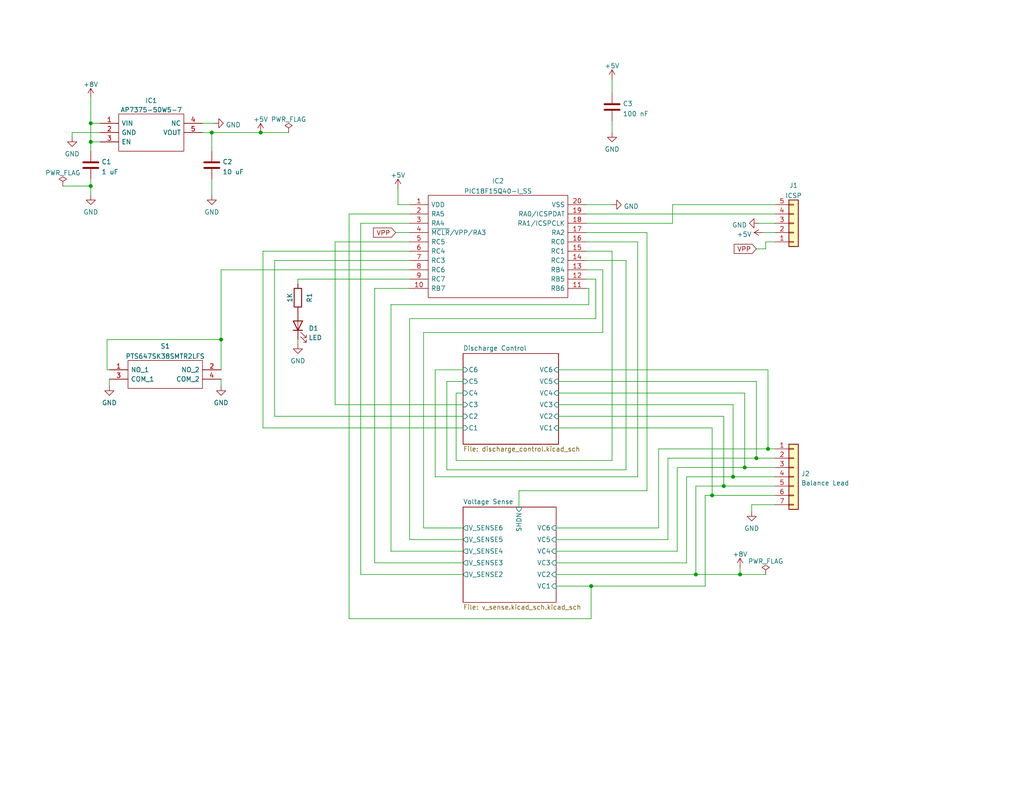
<source format=kicad_sch>
(kicad_sch (version 20211123) (generator eeschema)
  (paper "USLetter")
  (title_block (title "Lipo Auto Discharger/Balancer") (date "2022-11-06") (rev "1.0") (company "Quantum Embedded Systems"))
  (lib_symbols
    (symbol "Connector_Generic:Conn_01x05" (pin_names (offset 1.016) hide)
      (property "Reference" "J" (at 0 7.62 0))
      (property "Value" "Conn_01x05" (at 0 -7.62 0))
      (symbol "Conn_01x05_1_1"
        (rectangle (start -1.27 -4.953) (end 0 -5.207) (stroke (width 0.1524)))
        (rectangle (start -1.27 -2.413) (end 0 -2.667) (stroke (width 0.1524)))
        (rectangle (start -1.27 0.127) (end 0 -0.127) (stroke (width 0.1524)))
        (rectangle (start -1.27 2.667) (end 0 2.413) (stroke (width 0.1524)))
        (rectangle (start -1.27 5.207) (end 0 4.953) (stroke (width 0.1524)))
        (rectangle (start -1.27 6.35) (end 1.27 -6.35) (stroke (width 0.254)) (fill (type background)))
        (pin passive line (at -5.08 5.08 0) (length 3.81) (name "Pin_1") (number "1"))
        (pin passive line (at -5.08 2.54 0) (length 3.81) (name "Pin_2") (number "2"))
        (pin passive line (at -5.08 0 0) (length 3.81) (name "Pin_3") (number "3"))
        (pin passive line (at -5.08 -2.54 0) (length 3.81) (name "Pin_4") (number "4"))
        (pin passive line (at -5.08 -5.08 0) (length 3.81) (name "Pin_5") (number "5"))
      )
    )
    (symbol "Connector_Generic:Conn_01x07" (pin_names (offset 1.016) hide)
      (property "Reference" "J" (at 0 10.16 0))
      (property "Value" "Conn_01x07" (at 0 -10.16 0))
      (symbol "Conn_01x07_1_1"
        (rectangle (start -1.27 -7.493) (end 0 -7.747) (stroke (width 0.1524)))
        (rectangle (start -1.27 -4.953) (end 0 -5.207) (stroke (width 0.1524)))
        (rectangle (start -1.27 -2.413) (end 0 -2.667) (stroke (width 0.1524)))
        (rectangle (start -1.27 0.127) (end 0 -0.127) (stroke (width 0.1524)))
        (rectangle (start -1.27 2.667) (end 0 2.413) (stroke (width 0.1524)))
        (rectangle (start -1.27 5.207) (end 0 4.953) (stroke (width 0.1524)))
        (rectangle (start -1.27 7.747) (end 0 7.493) (stroke (width 0.1524)))
        (rectangle (start -1.27 8.89) (end 1.27 -8.89) (stroke (width 0.254)) (fill (type background)))
        (pin passive line (at -5.08 7.62 0) (length 3.81) (name "Pin_1") (number "1"))
        (pin passive line (at -5.08 5.08 0) (length 3.81) (name "Pin_2") (number "2"))
        (pin passive line (at -5.08 2.54 0) (length 3.81) (name "Pin_3") (number "3"))
        (pin passive line (at -5.08 0 0) (length 3.81) (name "Pin_4") (number "4"))
        (pin passive line (at -5.08 -2.54 0) (length 3.81) (name "Pin_5") (number "5"))
        (pin passive line (at -5.08 -5.08 0) (length 3.81) (name "Pin_6") (number "6"))
        (pin passive line (at -5.08 -7.62 0) (length 3.81) (name "Pin_7") (number "7"))
      )
    )
    (symbol "Device:C" (pin_numbers hide) (pin_names (offset 0.254))
      (property "Reference" "C" (at 0.635 2.54 0))
      (property "Value" "C" (at 0.635 -2.54 0))
      (symbol "C_0_1"
        (polyline (pts (xy -2.032 -0.762) (xy 2.032 -0.762)) (stroke (width 0.508)))
        (polyline (pts (xy -2.032 0.762) (xy 2.032 0.762)) (stroke (width 0.508)))
      )
      (symbol "C_1_1"
        (pin passive line (at 0 3.81 270) (length 2.794) (name "~") (number "1"))
        (pin passive line (at 0 -3.81 90) (length 2.794) (name "~") (number "2"))
      )
    )
    (symbol "Device:LED" (pin_numbers hide) (pin_names (offset 1.016) hide)
      (property "Reference" "D" (at 0 2.54 0))
      (property "Value" "LED" (at 0 -2.54 0))
      (symbol "LED_0_1"
        (polyline (pts (xy -1.27 -1.27) (xy -1.27 1.27)) (stroke (width 0.254)))
        (polyline (pts (xy -1.27 0) (xy 1.27 0)))
        (polyline (pts (xy 1.27 -1.27) (xy 1.27 1.27) (xy -1.27 0) (xy 1.27 -1.27)) (stroke (width 0.254)))
        (polyline (pts (xy -3.048 -0.762) (xy -4.572 -2.286) (xy -3.81 -2.286) (xy -4.572 -2.286) (xy -4.572 -1.524)))
        (polyline (pts (xy -1.778 -0.762) (xy -3.302 -2.286) (xy -2.54 -2.286) (xy -3.302 -2.286) (xy -3.302 -1.524)))
      )
      (symbol "LED_1_1"
        (pin passive line (at -3.81 0 0) (length 2.54) (name "K") (number "1"))
        (pin passive line (at 3.81 0 180) (length 2.54) (name "A") (number "2"))
      )
    )
    (symbol "Device:R" (pin_numbers hide) (pin_names (offset 0))
      (property "Reference" "R" (at 2.032 0 90))
      (property "Value" "R" (at 0 0 90))
      (symbol "R_0_1"
        (rectangle (start -1.016 -2.54) (end 1.016 2.54) (stroke (width 0.254)))
      )
      (symbol "R_1_1"
        (pin passive line (at 0 3.81 270) (length 1.27) (name "~") (number "1"))
        (pin passive line (at 0 -3.81 90) (length 1.27) (name "~") (number "2"))
      )
    )
    (symbol "SamacSys_Parts2:AP7375-50W5-7" (pin_names (offset 0.762))
      (property "Reference" "IC1" (at 13.97 6.189 0))
      (property "Value" "AP7375-50W5-7" (at 13.97 3.6521 0))
      (symbol "AP7375-50W5-7_0_0"
        (pin passive line (at 0 0 0) (length 5.08) (name "VIN") (number "1"))
        (pin passive line (at 0 -2.54 0) (length 5.08) (name "GND") (number "2"))
        (pin passive line (at 0 -5.08 0) (length 5.08) (name "EN") (number "3"))
        (pin passive line (at 27.94 0 180) (length 5.08) (name "NC") (number "4"))
        (pin passive line (at 27.94 -2.54 180) (length 5.08) (name "VOUT") (number "5"))
      )
      (symbol "AP7375-50W5-7_0_1"
        (polyline (pts (xy 5.08 2.54) (xy 22.86 2.54) (xy 22.86 -7.62) (xy 5.08 -7.62) (xy 5.08 2.54)) (stroke (width 0.1524)))
      )
    )
    (symbol "SamacSys_Parts:PIC18F15Q40-I_SS" (pin_names (offset 0.762))
      (property "Reference" "IC" (at 44.45 7.62 0))
      (property "Value" "PIC18F15Q40-I_SS" (at 44.45 5.08 0))
      (symbol "PIC18F15Q40-I_SS_0_0"
        (pin passive line (at 0 0 0) (length 5.08) (name "VDD") (number "1"))
        (pin passive line (at 0 -22.86 0) (length 5.08) (name "RB7") (number "10"))
        (pin passive line (at 48.26 -22.86 180) (length 5.08) (name "RB6") (number "11"))
        (pin passive line (at 48.26 -20.32 180) (length 5.08) (name "RB5") (number "12"))
        (pin passive line (at 48.26 -17.78 180) (length 5.08) (name "RB4") (number "13"))
        (pin passive line (at 48.26 -15.24 180) (length 5.08) (name "RC2") (number "14"))
        (pin passive line (at 48.26 -12.7 180) (length 5.08) (name "RC1") (number "15"))
        (pin passive line (at 48.26 -10.16 180) (length 5.08) (name "RC0") (number "16"))
        (pin passive line (at 48.26 -7.62 180) (length 5.08) (name "RA2") (number "17"))
        (pin passive line (at 48.26 -5.08 180) (length 5.08) (name "RA1/ICSPCLK") (number "18"))
        (pin passive line (at 48.26 -2.54 180) (length 5.08) (name "RA0/ICSPDAT") (number "19"))
        (pin passive line (at 0 -2.54 0) (length 5.08) (name "RA5") (number "2"))
        (pin passive line (at 48.26 0 180) (length 5.08) (name "VSS") (number "20"))
        (pin passive line (at 0 -5.08 0) (length 5.08) (name "RA4") (number "3"))
        (pin passive line (at 0 -7.62 0) (length 5.08) (name "~{MCLR}/VPP/RA3") (number "4"))
        (pin passive line (at 0 -10.16 0) (length 5.08) (name "RC5") (number "5"))
        (pin passive line (at 0 -12.7 0) (length 5.08) (name "RC4") (number "6"))
        (pin passive line (at 0 -15.24 0) (length 5.08) (name "RC3") (number "7"))
        (pin passive line (at 0 -17.78 0) (length 5.08) (name "RC6") (number "8"))
        (pin passive line (at 0 -20.32 0) (length 5.08) (name "RC7") (number "9"))
      )
      (symbol "PIC18F15Q40-I_SS_0_1"
        (polyline (pts (xy 5.08 2.54) (xy 43.18 2.54) (xy 43.18 -25.4) (xy 5.08 -25.4) (xy 5.08 2.54)) (stroke (width 0.1524)))
      )
    )
    (symbol "SamacSys_Parts:PTS647SK38SMTR2LFS" (pin_names (offset 0.762))
      (property "Reference" "S" (at 26.67 7.62 0))
      (property "Value" "PTS647SK38SMTR2LFS" (at 26.67 5.08 0))
      (symbol "PTS647SK38SMTR2LFS_0_0"
        (pin passive line (at 0 0 0) (length 5.08) (name "NO_1") (number "1"))
        (pin passive line (at 30.48 0 180) (length 5.08) (name "NO_2") (number "2"))
        (pin passive line (at 0 -2.54 0) (length 5.08) (name "COM_1") (number "3"))
        (pin passive line (at 30.48 -2.54 180) (length 5.08) (name "COM_2") (number "4"))
      )
      (symbol "PTS647SK38SMTR2LFS_0_1"
        (polyline (pts (xy 5.08 2.54) (xy 25.4 2.54) (xy 25.4 -5.08) (xy 5.08 -5.08) (xy 5.08 2.54)) (stroke (width 0.1524)))
      )
    )
    (symbol "power:+5V" (power) (pin_names (offset 0))
      (property "Value" "+5V" (at 0 3.556 0))
      (symbol "+5V_0_1"
        (polyline (pts (xy -0.762 1.27) (xy 0 2.54)))
        (polyline (pts (xy 0 0) (xy 0 2.54)))
        (polyline (pts (xy 0 2.54) (xy 0.762 1.27)))
      )
      (symbol "+5V_1_1"
        (pin power_in line (at 0 0 90) (length 0) hide (name "+5V") (number "1"))
      )
    )
    (symbol "power:+8V" (power) (pin_names (offset 0))
      (property "Value" "+8V" (at 0 3.556 0))
      (symbol "+8V_0_1"
        (polyline (pts (xy -0.762 1.27) (xy 0 2.54)))
        (polyline (pts (xy 0 0) (xy 0 2.54)))
        (polyline (pts (xy 0 2.54) (xy 0.762 1.27)))
      )
      (symbol "+8V_1_1"
        (pin power_in line (at 0 0 90) (length 0) hide (name "+8V") (number "1"))
      )
    )
    (symbol "power:GND" (power) (pin_names (offset 0))
      (property "Value" "GND" (at 0 -3.81 0))
      (symbol "GND_0_1"
        (polyline (pts (xy 0 0) (xy 0 -1.27) (xy 1.27 -1.27) (xy 0 -2.54) (xy -1.27 -1.27) (xy 0 -1.27)))
      )
      (symbol "GND_1_1"
        (pin power_in line (at 0 0 270) (length 0) hide (name "GND") (number "1"))
      )
    )
    (symbol "power:PWR_FLAG" (power) (pin_numbers hide) (pin_names (offset 0) hide)
      (property "Value" "PWR_FLAG" (at 0 3.81 0))
      (symbol "PWR_FLAG_0_0"
        (pin power_out line (at 0 0 90) (length 0) (name "pwr") (number "1"))
      )
      (symbol "PWR_FLAG_0_1"
        (polyline (pts (xy 0 0) (xy 0 1.27) (xy -1.016 1.905) (xy 0 2.54) (xy 1.016 1.905) (xy 0 1.27)))
      )
    )
  )
  (junction (at 197.485 132.715))
  (junction (at 161.29 160.02))
  (junction (at 203.2 127.635))
  (junction (at 24.765 38.735))
  (junction (at 194.31 135.255))
  (junction (at 206.375 125.095))
  (junction (at 209.55 122.555))
  (junction (at 24.765 50.8))
  (junction (at 200.025 130.175))
  (junction (at 189.865 156.845))
  (junction (at 201.93 156.845))
  (junction (at 60.325 92.71))
  (junction (at 71.12 36.195))
  (junction (at 24.765 33.655))
  (junction (at 57.785 36.195))
  (wire (pts (xy 29.21 100.965) (xy 29.845 100.965)))
  (wire (pts (xy 24.765 50.8) (xy 24.765 53.34)))
  (wire (pts (xy 115.57 144.145) (xy 115.57 90.805)))
  (wire (pts (xy 184.785 150.495) (xy 184.785 127.635)))
  (wire (pts (xy 124.46 107.315) (xy 124.46 125.73)))
  (wire (pts (xy 126.365 144.145) (xy 115.57 144.145)))
  (wire (pts (xy 179.705 144.145) (xy 179.705 122.555)))
  (wire (pts (xy 160.02 60.96) (xy 183.515 60.96)))
  (wire (pts (xy 206.375 104.14) (xy 206.375 125.095)))
  (wire (pts (xy 24.765 26.67) (xy 24.765 33.655)))
  (wire (pts (xy 29.21 92.71) (xy 29.21 100.965)))
  (wire (pts (xy 192.405 160.02) (xy 192.405 135.255)))
  (wire (pts (xy 81.28 92.71) (xy 81.28 93.98)))
  (wire (pts (xy 17.145 50.8) (xy 24.765 50.8)))
  (wire (pts (xy 98.425 156.845) (xy 98.425 60.96)))
  (wire (pts (xy 141.605 138.43) (xy 141.605 133.985)))
  (wire (pts (xy 152.4 116.84) (xy 194.31 116.84)))
  (wire (pts (xy 91.44 110.49) (xy 126.365 110.49)))
  (wire (pts (xy 208.28 63.5) (xy 211.455 63.5)))
  (wire (pts (xy 111.76 86.995) (xy 162.56 86.995)))
  (wire (pts (xy 19.685 36.195) (xy 19.685 37.465)))
  (wire (pts (xy 170.815 71.12) (xy 170.815 128.27)))
  (wire (pts (xy 182.245 125.095) (xy 206.375 125.095)))
  (wire (pts (xy 197.485 113.665) (xy 197.485 132.715)))
  (wire (pts (xy 60.325 100.965) (xy 60.325 92.71)))
  (wire (pts (xy 160.02 71.12) (xy 170.815 71.12)))
  (wire (pts (xy 115.57 90.805) (xy 164.465 90.805)))
  (wire (pts (xy 74.93 113.665) (xy 126.365 113.665)))
  (wire (pts (xy 189.865 156.845) (xy 189.865 132.715)))
  (wire (pts (xy 211.455 137.795) (xy 205.105 137.795)))
  (wire (pts (xy 71.755 68.58) (xy 111.76 68.58)))
  (wire (pts (xy 160.655 78.74) (xy 160.655 83.185)))
  (wire (pts (xy 189.865 132.715) (xy 197.485 132.715)))
  (wire (pts (xy 152.4 100.965) (xy 209.55 100.965)))
  (wire (pts (xy 167.005 68.58) (xy 160.02 68.58)))
  (wire (pts (xy 151.765 150.495) (xy 184.785 150.495)))
  (wire (pts (xy 151.765 153.67) (xy 187.325 153.67)))
  (wire (pts (xy 167.005 21.59) (xy 167.005 25.4)))
  (wire (pts (xy 203.2 107.315) (xy 203.2 127.635)))
  (wire (pts (xy 209.55 100.965) (xy 209.55 122.555)))
  (wire (pts (xy 98.425 60.96) (xy 111.76 60.96)))
  (wire (pts (xy 126.365 104.14) (xy 121.92 104.14)))
  (wire (pts (xy 81.28 76.2) (xy 111.76 76.2)))
  (wire (pts (xy 141.605 133.985) (xy 176.53 133.985)))
  (wire (pts (xy 27.305 38.735) (xy 24.765 38.735)))
  (wire (pts (xy 118.745 100.965) (xy 118.745 130.175)))
  (wire (pts (xy 27.305 36.195) (xy 19.685 36.195)))
  (wire (pts (xy 197.485 132.715) (xy 211.455 132.715)))
  (wire (pts (xy 118.745 130.175) (xy 173.99 130.175)))
  (wire (pts (xy 160.02 55.88) (xy 167.005 55.88)))
  (wire (pts (xy 102.235 78.74) (xy 111.76 78.74)))
  (wire (pts (xy 194.31 135.255) (xy 211.455 135.255)))
  (wire (pts (xy 167.005 33.02) (xy 167.005 36.195)))
  (wire (pts (xy 203.2 127.635) (xy 211.455 127.635)))
  (wire (pts (xy 211.455 130.175) (xy 200.025 130.175)))
  (wire (pts (xy 91.44 66.04) (xy 111.76 66.04)))
  (wire (pts (xy 151.765 156.845) (xy 189.865 156.845)))
  (wire (pts (xy 24.765 38.735) (xy 24.765 41.275)))
  (wire (pts (xy 152.4 113.665) (xy 197.485 113.665)))
  (wire (pts (xy 164.465 90.805) (xy 164.465 73.66)))
  (wire (pts (xy 189.865 156.845) (xy 201.93 156.845)))
  (wire (pts (xy 24.765 33.655) (xy 27.305 33.655)))
  (wire (pts (xy 71.755 116.84) (xy 126.365 116.84)))
  (wire (pts (xy 95.25 168.91) (xy 161.29 168.91)))
  (wire (pts (xy 201.93 156.845) (xy 208.915 156.845)))
  (wire (pts (xy 57.785 48.895) (xy 57.785 53.34)))
  (wire (pts (xy 29.21 92.71) (xy 60.325 92.71)))
  (wire (pts (xy 95.25 58.42) (xy 111.76 58.42)))
  (wire (pts (xy 57.785 36.195) (xy 71.12 36.195)))
  (wire (pts (xy 95.25 58.42) (xy 95.25 168.91)))
  (wire (pts (xy 151.765 147.32) (xy 182.245 147.32)))
  (wire (pts (xy 206.375 125.095) (xy 211.455 125.095)))
  (wire (pts (xy 126.365 156.845) (xy 98.425 156.845)))
  (wire (pts (xy 126.365 150.495) (xy 106.68 150.495)))
  (wire (pts (xy 57.785 36.195) (xy 57.785 41.275)))
  (wire (pts (xy 209.55 122.555) (xy 211.455 122.555)))
  (wire (pts (xy 160.02 58.42) (xy 211.455 58.42)))
  (wire (pts (xy 29.845 103.505) (xy 29.845 105.41)))
  (wire (pts (xy 152.4 110.49) (xy 200.025 110.49)))
  (wire (pts (xy 160.02 66.04) (xy 173.99 66.04)))
  (wire (pts (xy 121.92 104.14) (xy 121.92 128.27)))
  (wire (pts (xy 187.325 130.175) (xy 187.325 153.67)))
  (wire (pts (xy 55.245 36.195) (xy 57.785 36.195)))
  (wire (pts (xy 24.765 48.895) (xy 24.765 50.8)))
  (wire (pts (xy 91.44 66.04) (xy 91.44 110.49)))
  (wire (pts (xy 160.02 73.66) (xy 164.465 73.66)))
  (wire (pts (xy 200.025 110.49) (xy 200.025 130.175)))
  (wire (pts (xy 162.56 76.2) (xy 160.02 76.2)))
  (wire (pts (xy 208.915 67.945) (xy 208.915 66.04)))
  (wire (pts (xy 160.02 78.74) (xy 160.655 78.74)))
  (wire (pts (xy 173.99 66.04) (xy 173.99 130.175)))
  (wire (pts (xy 60.325 73.66) (xy 60.325 92.71)))
  (wire (pts (xy 24.765 33.655) (xy 24.765 38.735)))
  (wire (pts (xy 183.515 60.96) (xy 183.515 55.88)))
  (wire (pts (xy 106.68 83.185) (xy 160.655 83.185)))
  (wire (pts (xy 161.29 168.91) (xy 161.29 160.02)))
  (wire (pts (xy 176.53 63.5) (xy 160.02 63.5)))
  (wire (pts (xy 111.76 55.88) (xy 108.585 55.88)))
  (wire (pts (xy 71.12 36.195) (xy 78.74 36.195)))
  (wire (pts (xy 107.95 63.5) (xy 111.76 63.5)))
  (wire (pts (xy 192.405 135.255) (xy 194.31 135.255)))
  (wire (pts (xy 121.92 128.27) (xy 170.815 128.27)))
  (wire (pts (xy 161.29 160.02) (xy 192.405 160.02)))
  (wire (pts (xy 74.93 71.12) (xy 74.93 113.665)))
  (wire (pts (xy 126.365 147.32) (xy 111.76 147.32)))
  (wire (pts (xy 183.515 55.88) (xy 211.455 55.88)))
  (wire (pts (xy 152.4 107.315) (xy 203.2 107.315)))
  (wire (pts (xy 162.56 86.995) (xy 162.56 76.2)))
  (wire (pts (xy 126.365 153.67) (xy 102.235 153.67)))
  (wire (pts (xy 106.68 150.495) (xy 106.68 83.185)))
  (wire (pts (xy 176.53 133.985) (xy 176.53 63.5)))
  (wire (pts (xy 207.01 60.96) (xy 211.455 60.96)))
  (wire (pts (xy 124.46 125.73) (xy 167.005 125.73)))
  (wire (pts (xy 200.025 130.175) (xy 187.325 130.175)))
  (wire (pts (xy 182.245 147.32) (xy 182.245 125.095)))
  (wire (pts (xy 111.76 147.32) (xy 111.76 86.995)))
  (wire (pts (xy 126.365 100.965) (xy 118.745 100.965)))
  (wire (pts (xy 55.245 33.655) (xy 58.42 33.655)))
  (wire (pts (xy 201.93 156.845) (xy 201.93 154.94)))
  (wire (pts (xy 111.76 73.66) (xy 60.325 73.66)))
  (wire (pts (xy 184.785 127.635) (xy 203.2 127.635)))
  (wire (pts (xy 111.76 71.12) (xy 74.93 71.12)))
  (wire (pts (xy 179.705 122.555) (xy 209.55 122.555)))
  (wire (pts (xy 126.365 107.315) (xy 124.46 107.315)))
  (wire (pts (xy 167.005 68.58) (xy 167.005 125.73)))
  (wire (pts (xy 81.28 77.47) (xy 81.28 76.2)))
  (wire (pts (xy 108.585 55.88) (xy 108.585 51.435)))
  (wire (pts (xy 205.105 137.795) (xy 205.105 139.7)))
  (wire (pts (xy 151.765 144.145) (xy 179.705 144.145)))
  (wire (pts (xy 208.915 66.04) (xy 211.455 66.04)))
  (wire (pts (xy 152.4 104.14) (xy 206.375 104.14)))
  (wire (pts (xy 151.765 160.02) (xy 161.29 160.02)))
  (wire (pts (xy 194.31 116.84) (xy 194.31 135.255)))
  (wire (pts (xy 206.375 67.945) (xy 208.915 67.945)))
  (wire (pts (xy 60.325 103.505) (xy 60.325 105.41)))
  (wire (pts (xy 102.235 153.67) (xy 102.235 78.74)))
  (wire (pts (xy 71.755 68.58) (xy 71.755 116.84)))
  (global_label "VPP" (shape input) (at 206.375 67.945 180) (property "Intersheet References" "${INTERSHEET_REFS}" (effects hide)))
  (global_label "VPP" (shape input) (at 107.95 63.5 180) (property "Intersheet References" "${INTERSHEET_REFS}" (effects hide)))
  (symbol (lib_id "Connector_Generic:Conn_01x05") (at 216.535 60.96 0) (mirror x) (unit 1)
    (property "Reference" "J1" (at 216.535 50.6435 0))
    (property "Value" "ICSP" (at 216.535 53.4186 0))
    (property "Footprint" "Connector_PinHeader_2.54mm:PinHeader_1x05_P2.54mm_Vertical" (effects hide))
  )
  (symbol (lib_id "power:+5V") (at 71.12 36.195 0) (unit 1)
    (property "Reference" "#PWR06" (effects hide))
    (property "Value" "+5V" (at 71.12 32.5905 0))
  )
  (symbol (lib_id "Connector_Generic:Conn_01x07") (at 216.535 130.175 0) (unit 1)
    (property "Reference" "J2" (at 218.567 129.3403 0) (effects (justify left)))
    (property "Value" "Balance Lead" (at 218.567 131.8772 0) (effects (justify left)))
    (property "Footprint" "Connector_JST:JST_XH_B7B-XH-A_1x07_P2.50mm_Vertical" (effects hide))
  )
  (symbol (lib_id "Device:R") (at 81.28 81.28 180) (unit 1)
    (property "Reference" "R1" (at 84.455 81.28 90))
    (property "Value" "1K" (at 79.0726 81.28 90))
    (property "Footprint" "Resistor_SMD:R_0603_1608Metric" (effects hide))
  )
  (symbol (lib_id "Device:C") (at 57.785 45.085 0) (unit 1)
    (property "Reference" "C2" (at 60.706 44.1765 0) (effects (justify left)))
    (property "Value" "10 uF" (at 60.706 46.9516 0) (effects (justify left)))
    (property "Footprint" "Capacitor_SMD:C_0603_1608Metric" (effects hide))
  )
  (symbol (lib_id "power:+8V") (at 24.765 26.67 0) (unit 1)
    (property "Reference" "#PWR01" (effects hide))
    (property "Value" "+8V" (at 24.765 23.0655 0))
  )
  (symbol (lib_id "Device:LED") (at 81.28 88.9 90) (unit 1)
    (property "Reference" "D1" (at 84.201 89.6528 90) (effects (justify right)))
    (property "Value" "LED" (at 84.201 92.1897 90) (effects (justify right)))
    (property "Footprint" "LED_SMD:LED_0603_1608Metric" (effects hide))
  )
  (symbol (lib_id "power:GND") (at 24.765 53.34 0) (unit 1)
    (property "Reference" "#PWR02" (effects hide))
    (property "Value" "GND" (at 24.765 57.9025 0))
  )
  (symbol (lib_id "power:+5V") (at 208.28 63.5 90) (unit 1)
    (property "Reference" "#PWR015" (effects hide))
    (property "Value" "+5V" (at 205.1051 63.979 90) (effects (justify left)))
  )
  (symbol (lib_id "power:GND") (at 58.42 33.655 90) (unit 1)
    (property "Reference" "#PWR0101" (effects hide))
    (property "Value" "GND" (at 61.595 34.0888 90) (effects (justify right)))
  )
  (symbol (lib_id "power:+5V") (at 167.005 21.59 0) (unit 1)
    (property "Reference" "#PWR09" (effects hide))
    (property "Value" "+5V" (at 167.005 17.9855 0))
  )
  (symbol (lib_id "SamacSys_Parts2:AP7375-50W5-7") (at 27.305 33.655 0) (unit 1)
    (property "Reference" "IC1" (at 41.275 27.466 0))
    (property "Value" "AP7375-50W5-7" (at 41.275 30.0029 0))
    (property "Footprint" "SOT95P285X140-5N" (effects hide))
    (property "Datasheet" "https://www.diodes.com/assets/Datasheets/AP7375.pdf" (effects hide))
    (property "Description" "LDO Voltage Regulators LDO CMOS LowCurr SOT25 T&R 3K" (effects hide))
    (property "Height" "1.4" (effects hide))
    (property "Mouser Part Number" "621-AP7375-50W5-7" (effects hide))
    (property "Mouser Price/Stock" "https://www.mouser.co.uk/ProductDetail/Diodes-Incorporated/AP7375-50W5-7?qs=t7xnP681wgVfIA9uoo7deg%3D%3D" (effects hide))
    (property "Manufacturer_Name" "Diodes Inc." (effects hide))
    (property "Manufacturer_Part_Number" "AP7375-50W5-7" (effects hide))
  )
  (symbol (lib_id "power:GND") (at 19.685 37.465 0) (unit 1)
    (property "Reference" "#PWR0102" (effects hide))
    (property "Value" "GND" (at 19.685 42.0275 0))
  )
  (symbol (lib_id "power:GND") (at 167.005 55.88 90) (unit 1)
    (property "Reference" "#PWR011" (effects hide))
    (property "Value" "GND" (at 170.18 56.359 90) (effects (justify right)))
  )
  (symbol (lib_id "power:GND") (at 81.28 93.98 0) (unit 1)
    (property "Reference" "#PWR07" (effects hide))
    (property "Value" "GND" (at 81.28 98.5425 0))
  )
  (symbol (lib_id "power:GND") (at 167.005 36.195 0) (unit 1)
    (property "Reference" "#PWR010" (effects hide))
    (property "Value" "GND" (at 167.005 40.7575 0))
  )
  (symbol (lib_id "power:PWR_FLAG") (at 17.145 50.8 0) (unit 1)
    (property "Reference" "#FLG01" (effects hide))
    (property "Value" "PWR_FLAG" (at 17.145 47.1955 0))
  )
  (symbol (lib_id "SamacSys_Parts:PIC18F15Q40-I_SS") (at 111.76 55.88 0) (unit 1)
    (property "Reference" "IC2" (at 135.89 49.4243 0))
    (property "Value" "PIC18F15Q40-I_SS" (at 135.89 52.1994 0))
    (property "Footprint" "SamacSys_Parts:SOP65P780X200-20N" (effects hide))
    (property "Datasheet" "https://www.microchip.com/en-us/product/PIC18F15Q40" (effects hide))
    (property "Description" "8-bit Microcontrollers - MCU 32KB Flash, 2K RAM, 512 EEPROM, 12b ADCC, 8b DAC, DMA, 16-bit PWM, PPS, UART, SPI/I2C" (effects hide))
    (property "Height" "2" (effects hide))
    (property "Mouser Part Number" "579-PIC18F15Q40-I/SS" (effects hide))
    (property "Mouser Price/Stock" "https://www.mouser.co.uk/ProductDetail/Microchip-Technology-Atmel/PIC18F15Q40-I-SS?qs=W%2FMpXkg%252BdQ7xDAbf3Lg1zw%3D%3D" (effects hide))
    (property "Manufacturer_Name" "Microchip" (effects hide))
    (property "Manufacturer_Part_Number" "PIC18F15Q40-I/SS" (effects hide))
  )
  (symbol (lib_id "power:GND") (at 60.325 105.41 0) (unit 1)
    (property "Reference" "#PWR05" (effects hide))
    (property "Value" "GND" (at 60.325 109.9725 0))
  )
  (symbol (lib_id "power:GND") (at 207.01 60.96 270) (unit 1)
    (property "Reference" "#PWR014" (effects hide))
    (property "Value" "GND" (at 203.8351 61.439 90) (effects (justify right)))
  )
  (symbol (lib_id "power:PWR_FLAG") (at 208.915 156.845 0) (unit 1)
    (property "Reference" "#FLG03" (effects hide))
    (property "Value" "PWR_FLAG" (at 208.915 153.2405 0))
  )
  (symbol (lib_id "Device:C") (at 167.005 29.21 0) (unit 1)
    (property "Reference" "C3" (at 169.926 28.3015 0) (effects (justify left)))
    (property "Value" "100 nF" (at 169.926 31.0766 0) (effects (justify left)))
    (property "Footprint" "Capacitor_SMD:C_0603_1608Metric" (effects hide))
  )
  (symbol (lib_id "Device:C") (at 24.765 45.085 0) (unit 1)
    (property "Reference" "C1" (at 27.686 44.1765 0) (effects (justify left)))
    (property "Value" "1 uF" (at 27.686 46.9516 0) (effects (justify left)))
    (property "Footprint" "Capacitor_SMD:C_0603_1608Metric" (effects hide))
  )
  (symbol (lib_id "SamacSys_Parts:PTS647SK38SMTR2LFS") (at 29.845 100.965 0) (unit 1)
    (property "Reference" "S1" (at 45.085 94.5093 0))
    (property "Value" "PTS647SK38SMTR2LFS" (at 45.085 97.2844 0))
    (property "Footprint" "SamacSys_Parts:PTS647SK38SMTR2LFS" (effects hide))
    (property "Datasheet" "https://www.ckswitches.com/media/2567/pts647.pdf" (effects hide))
    (property "Description" "Tactile Switches 50mA 12VDC, 2.5N 3.8mm H, G leads" (effects hide))
    (property "Height" "3.8" (effects hide))
    (property "Mouser Part Number" "611-PTS647SK38SMTR2L" (effects hide))
    (property "Mouser Price/Stock" "https://www.mouser.co.uk/ProductDetail/CK/PTS647SK38SMTR2LFS?qs=PqoDHHvF649Jgx1Ch2uMjg%3D%3D" (effects hide))
    (property "Manufacturer_Name" "C & K COMPONENTS" (effects hide))
    (property "Manufacturer_Part_Number" "PTS647SK38SMTR2LFS" (effects hide))
  )
  (symbol (lib_id "power:GND") (at 57.785 53.34 0) (unit 1)
    (property "Reference" "#PWR04" (effects hide))
    (property "Value" "GND" (at 57.785 57.9025 0))
  )
  (symbol (lib_id "power:+5V") (at 108.585 51.435 0) (unit 1)
    (property "Reference" "#PWR08" (effects hide))
    (property "Value" "+5V" (at 108.585 47.8305 0))
  )
  (symbol (lib_id "power:GND") (at 205.105 139.7 0) (unit 1)
    (property "Reference" "#PWR013" (effects hide))
    (property "Value" "GND" (at 205.105 144.2625 0))
  )
  (symbol (lib_id "power:PWR_FLAG") (at 78.74 36.195 0) (unit 1)
    (property "Reference" "#FLG02" (effects hide))
    (property "Value" "PWR_FLAG" (at 78.74 32.5905 0))
  )
  (symbol (lib_id "power:+8V") (at 201.93 154.94 0) (unit 1)
    (property "Reference" "#PWR012" (effects hide))
    (property "Value" "+8V" (at 201.93 151.3355 0))
  )
  (symbol (lib_id "power:GND") (at 29.845 105.41 0) (unit 1)
    (property "Reference" "#PWR03" (effects hide))
    (property "Value" "GND" (at 29.845 109.9725 0))
  )
  (sheet (at 126.365 138.43) (size 25.4 26.035) (stroke (width 0.1524))
    (property "Sheet name" "Voltage Sense" (at 126.365 137.7184 0) (effects (justify left bottom)))
    (property "Sheet file" "v_sense.kicad_sch.kicad_sch" (at 126.365 165.0496 0) (effects (justify left top)))
    (pin "VC1" input (at 151.765 160.02 0))
    (pin "VC6" input (at 151.765 144.145 0))
    (pin "V_SENSE2" output (at 126.365 156.845 180))
    (pin "V_SENSE3" output (at 126.365 153.67 180))
    (pin "VC4" input (at 151.765 150.495 0))
    (pin "VC3" input (at 151.765 153.67 0))
    (pin "VC5" input (at 151.765 147.32 0))
    (pin "V_SENSE6" output (at 126.365 144.145 180))
    (pin "V_SENSE5" output (at 126.365 147.32 180))
    (pin "SHDN" input (at 141.605 138.43 90))
    (pin "V_SENSE4" output (at 126.365 150.495 180))
    (pin "VC2" input (at 151.765 156.845 0))
  )
  (sheet (at 126.365 96.52) (size 26.035 24.765) (stroke (width 0.1524))
    (property "Sheet name" "Discharge Control" (at 126.365 95.8084 0) (effects (justify left bottom)))
    (property "Sheet file" "discharge_control.kicad_sch" (at 126.365 121.8696 0) (effects (justify left top)))
    (pin "VC6" input (at 152.4 100.965 0))
    (pin "C6" input (at 126.365 100.965 180))
    (pin "C5" input (at 126.365 104.14 180))
    (pin "VC5" input (at 152.4 104.14 0))
    (pin "C1" input (at 126.365 116.84 180))
    (pin "VC1" input (at 152.4 116.84 0))
    (pin "VC2" input (at 152.4 113.665 0))
    (pin "VC3" input (at 152.4 110.49 0))
    (pin "VC4" input (at 152.4 107.315 0))
    (pin "C4" input (at 126.365 107.315 180))
    (pin "C2" input (at 126.365 113.665 180))
    (pin "C3" input (at 126.365 110.49 180))
  )
)
</source>
